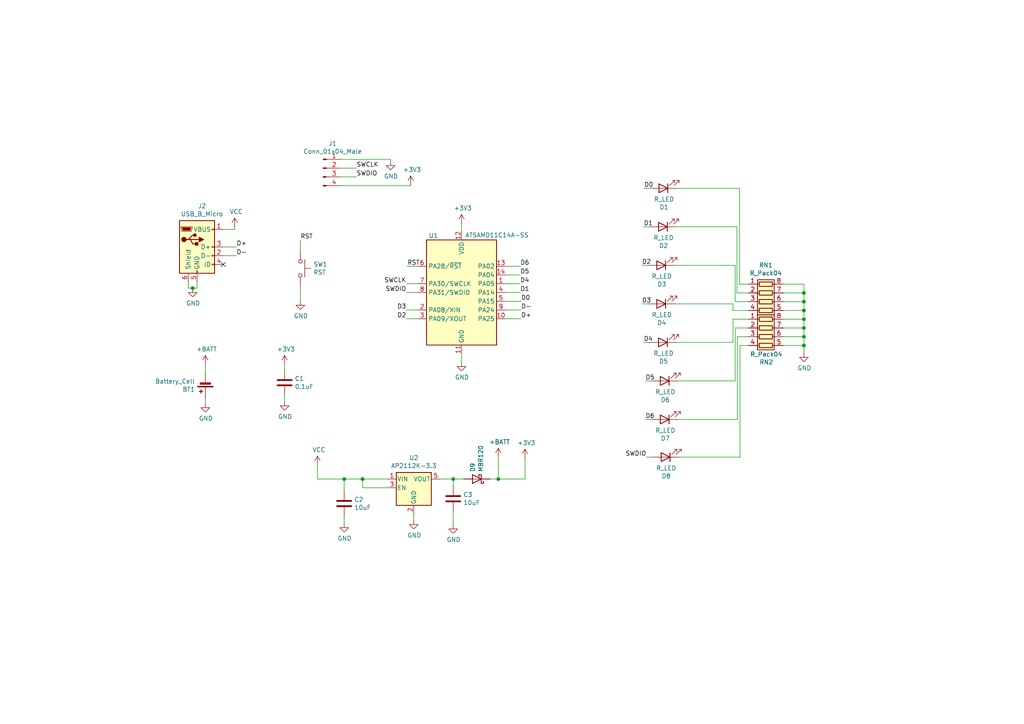
<source format=kicad_sch>
(kicad_sch (version 20230121) (generator eeschema)
  (paper "A4")
  (title_block (title "Badge Open Hack") (date "2019-08-29") (rev "0.1") (company "Electronic Cats") (comment 1 "Andres Sabas") (comment 2 "Eduardo Contreras") (comment 3 "Open Hack Guatemala") (comment 4 "Digetech"))
  (lib_symbols
    (symbol "BadgeOpenHack-rescue:+3.3V-power" (power) (pin_names (offset 0))
      (property "Value" "+3.3V-power" (at 0 3.556 0))
      (symbol "+3.3V-power_0_1"
        (polyline (pts (xy -0.762 1.27) (xy 0 2.54)))
        (polyline (pts (xy 0 0) (xy 0 2.54)))
        (polyline (pts (xy 0 2.54) (xy 0.762 1.27)))
      )
      (symbol "+3.3V-power_1_1"
        (pin power_in line (at 0 0 90) (length 0) hide (name "+3V3") (number "1"))
      )
    )
    (symbol "BadgeOpenHack-rescue:AP2112K-3.3-Regulator_Linear" (pin_names (offset 0.254))
      (property "Reference" "U" (at -5.08 5.715 0))
      (property "Value" "Regulator_Linear_AP2112K-3.3" (at 0 5.715 0))
      (symbol "AP2112K-3.3-Regulator_Linear_0_1"
        (rectangle (start -5.08 4.445) (end 5.08 -5.08) (stroke (width 0.254)) (fill (type background)))
      )
      (symbol "AP2112K-3.3-Regulator_Linear_1_1"
        (pin power_in line (at -7.62 2.54 0) (length 2.54) (name "VIN") (number "1"))
        (pin power_in line (at 0 -7.62 90) (length 2.54) (name "GND") (number "2"))
        (pin input line (at -7.62 0 0) (length 2.54) (name "EN") (number "3"))
        (pin no_connect line (at 7.62 0 180) (length 2.54) hide (name "NC") (number "4"))
        (pin power_out line (at 7.62 2.54 180) (length 2.54) (name "VOUT") (number "5"))
      )
    )
    (symbol "BadgeOpenHack-rescue:ATSAMD11C14A-SS-MCU_Microchip_SAMD"
      (property "Reference" "U" (at -10.16 16.51 0))
      (property "Value" "ATSAMD11C14A-SS-MCU_Microchip_SAMD" (at 1.27 16.51 0))
      (symbol "ATSAMD11C14A-SS-MCU_Microchip_SAMD_0_1"
        (rectangle (start -10.16 15.24) (end 10.16 -15.24) (stroke (width 0.254)) (fill (type background)))
      )
      (symbol "ATSAMD11C14A-SS-MCU_Microchip_SAMD_1_1"
        (pin bidirectional line (at 12.7 2.54 180) (length 2.54) (name "PA05") (number "1"))
        (pin bidirectional line (at 12.7 -7.62 180) (length 2.54) (name "PA25") (number "10"))
        (pin power_in line (at 0 -17.78 90) (length 2.54) (name "GND") (number "11"))
        (pin power_in line (at 0 17.78 270) (length 2.54) (name "VDD") (number "12"))
        (pin bidirectional line (at 12.7 7.62 180) (length 2.54) (name "PA02") (number "13"))
        (pin bidirectional line (at 12.7 5.08 180) (length 2.54) (name "PA04") (number "14"))
        (pin bidirectional line (at -12.7 -5.08 0) (length 2.54) (name "PA08/XIN") (number "2"))
        (pin bidirectional line (at -12.7 -7.62 0) (length 2.54) (name "PA09/XOUT") (number "3"))
        (pin bidirectional line (at 12.7 0 180) (length 2.54) (name "PA14") (number "4"))
        (pin bidirectional line (at 12.7 -2.54 180) (length 2.54) (name "PA15") (number "5"))
        (pin bidirectional line (at -12.7 7.62 0) (length 2.54) (name "PA28/~{RST}") (number "6"))
        (pin bidirectional line (at -12.7 2.54 0) (length 2.54) (name "PA30/SWCLK") (number "7"))
        (pin bidirectional line (at -12.7 0 0) (length 2.54) (name "PA31/SWDIO") (number "8"))
        (pin bidirectional line (at 12.7 -5.08 180) (length 2.54) (name "PA24") (number "9"))
      )
    )
    (symbol "BadgeOpenHack-rescue:Conn_01x04_Male-Connector" (pin_names (offset 1.016) hide)
      (property "Reference" "J" (at 0 5.08 0))
      (property "Value" "Connector_Conn_01x04_Male" (at 0 -7.62 0))
      (symbol "Conn_01x04_Male-Connector_1_1"
        (polyline (pts (xy 1.27 -5.08) (xy 0.8636 -5.08)) (stroke (width 0.1524)))
        (polyline (pts (xy 1.27 -2.54) (xy 0.8636 -2.54)) (stroke (width 0.1524)))
        (polyline (pts (xy 1.27 0) (xy 0.8636 0)) (stroke (width 0.1524)))
        (polyline (pts (xy 1.27 2.54) (xy 0.8636 2.54)) (stroke (width 0.1524)))
        (rectangle (start 0.8636 -4.953) (end 0 -5.207) (stroke (width 0.1524)) (fill (type outline)))
        (rectangle (start 0.8636 -2.413) (end 0 -2.667) (stroke (width 0.1524)) (fill (type outline)))
        (rectangle (start 0.8636 0.127) (end 0 -0.127) (stroke (width 0.1524)) (fill (type outline)))
        (rectangle (start 0.8636 2.667) (end 0 2.413) (stroke (width 0.1524)) (fill (type outline)))
        (pin passive line (at 5.08 2.54 180) (length 3.81) (name "Pin_1") (number "1"))
        (pin passive line (at 5.08 0 180) (length 3.81) (name "Pin_2") (number "2"))
        (pin passive line (at 5.08 -2.54 180) (length 3.81) (name "Pin_3") (number "3"))
        (pin passive line (at 5.08 -5.08 180) (length 3.81) (name "Pin_4") (number "4"))
      )
    )
    (symbol "BadgeOpenHack-rescue:USB_B_Micro-Connector" (pin_names (offset 1.016))
      (property "Reference" "J" (at -5.08 11.43 0))
      (property "Value" "Connector_USB_B_Micro" (at -5.08 8.89 0))
      (symbol "USB_B_Micro-Connector_0_1"
        (rectangle (start -5.08 -7.62) (end 5.08 7.62) (stroke (width 0.254)) (fill (type background)))
        (circle (center -3.81 2.159) (radius 0.635) (stroke (width 0.254)) (fill (type outline)))
        (circle (center -0.635 3.429) (radius 0.381) (stroke (width 0.254)) (fill (type outline)))
        (rectangle (start -0.127 -7.62) (end 0.127 -6.858))
        (polyline (pts (xy -1.905 2.159) (xy 0.635 2.159)) (stroke (width 0.254)))
        (polyline (pts (xy -3.175 2.159) (xy -2.54 2.159) (xy -1.27 3.429) (xy -0.635 3.429)) (stroke (width 0.254)))
        (polyline (pts (xy -2.54 2.159) (xy -1.905 2.159) (xy -1.27 0.889) (xy 0 0.889)) (stroke (width 0.254)))
        (polyline (pts (xy 0.635 2.794) (xy 0.635 1.524) (xy 1.905 2.159) (xy 0.635 2.794)) (stroke (width 0.254)) (fill (type outline)))
        (polyline (pts (xy -4.318 5.588) (xy -1.778 5.588) (xy -2.032 4.826) (xy -4.064 4.826) (xy -4.318 5.588)) (fill (type outline)))
        (polyline (pts (xy -4.699 5.842) (xy -4.699 5.588) (xy -4.445 4.826) (xy -4.445 4.572) (xy -1.651 4.572) (xy -1.651 4.826) (xy -1.397 5.588) (xy -1.397 5.842) (xy -4.699 5.842)))
        (rectangle (start 0.254 1.27) (end -0.508 0.508) (stroke (width 0.254)) (fill (type outline)))
        (rectangle (start 5.08 -5.207) (end 4.318 -4.953))
        (rectangle (start 5.08 -2.667) (end 4.318 -2.413))
        (rectangle (start 5.08 -0.127) (end 4.318 0.127))
        (rectangle (start 5.08 4.953) (end 4.318 5.207))
      )
      (symbol "USB_B_Micro-Connector_1_1"
        (pin power_out line (at 7.62 5.08 180) (length 2.54) (name "VBUS") (number "1"))
        (pin passive line (at 7.62 -2.54 180) (length 2.54) (name "D-") (number "2"))
        (pin passive line (at 7.62 0 180) (length 2.54) (name "D+") (number "3"))
        (pin passive line (at 7.62 -5.08 180) (length 2.54) (name "ID") (number "4"))
        (pin power_out line (at 0 -10.16 90) (length 2.54) (name "GND") (number "5"))
        (pin passive line (at -2.54 -10.16 90) (length 2.54) (name "Shield") (number "6"))
      )
    )
    (symbol "Device:Battery_Cell" (pin_numbers hide) (pin_names (offset 0) hide)
      (property "Reference" "BT" (at 2.54 2.54 0))
      (property "Value" "Battery_Cell" (at 2.54 0 0))
      (symbol "Battery_Cell_0_1"
        (rectangle (start -2.286 1.778) (end 2.286 1.524) (fill (type outline)))
        (rectangle (start -1.524 1.016) (end 1.524 0.508) (fill (type outline)))
        (polyline (pts (xy 0 0.762) (xy 0 0)))
        (polyline (pts (xy 0 1.778) (xy 0 2.54)))
        (polyline (pts (xy 0.762 3.048) (xy 1.778 3.048)) (stroke (width 0.254)))
        (polyline (pts (xy 1.27 3.556) (xy 1.27 2.54)) (stroke (width 0.254)))
      )
      (symbol "Battery_Cell_1_1"
        (pin passive line (at 0 5.08 270) (length 2.54) (name "+") (number "1"))
        (pin passive line (at 0 -2.54 90) (length 2.54) (name "-") (number "2"))
      )
    )
    (symbol "Device:C" (pin_numbers hide) (pin_names (offset 0.254))
      (property "Reference" "C" (at 0.635 2.54 0))
      (property "Value" "C" (at 0.635 -2.54 0))
      (symbol "C_0_1"
        (polyline (pts (xy -2.032 -0.762) (xy 2.032 -0.762)) (stroke (width 0.508)))
        (polyline (pts (xy -2.032 0.762) (xy 2.032 0.762)) (stroke (width 0.508)))
      )
      (symbol "C_1_1"
        (pin passive line (at 0 3.81 270) (length 2.794) (name "~") (number "1"))
        (pin passive line (at 0 -3.81 90) (length 2.794) (name "~") (number "2"))
      )
    )
    (symbol "Device:LED" (pin_numbers hide) (pin_names (offset 1.016) hide)
      (property "Reference" "D" (at 0 2.54 0))
      (property "Value" "LED" (at 0 -2.54 0))
      (symbol "LED_0_1"
        (polyline (pts (xy -1.27 -1.27) (xy -1.27 1.27)) (stroke (width 0.254)))
        (polyline (pts (xy -1.27 0) (xy 1.27 0)))
        (polyline (pts (xy 1.27 -1.27) (xy 1.27 1.27) (xy -1.27 0) (xy 1.27 -1.27)) (stroke (width 0.254)))
        (polyline (pts (xy -3.048 -0.762) (xy -4.572 -2.286) (xy -3.81 -2.286) (xy -4.572 -2.286) (xy -4.572 -1.524)))
        (polyline (pts (xy -1.778 -0.762) (xy -3.302 -2.286) (xy -2.54 -2.286) (xy -3.302 -2.286) (xy -3.302 -1.524)))
      )
      (symbol "LED_1_1"
        (pin passive line (at -3.81 0 0) (length 2.54) (name "K") (number "1"))
        (pin passive line (at 3.81 0 180) (length 2.54) (name "A") (number "2"))
      )
    )
    (symbol "Device:R_Pack04" (pin_names (offset 0) hide)
      (property "Reference" "RN" (at -7.62 0 90))
      (property "Value" "R_Pack04" (at 5.08 0 90))
      (symbol "R_Pack04_0_1"
        (rectangle (start -6.35 -2.413) (end 3.81 2.413) (stroke (width 0.254)) (fill (type background)))
        (rectangle (start -5.715 1.905) (end -4.445 -1.905) (stroke (width 0.254)))
        (rectangle (start -3.175 1.905) (end -1.905 -1.905) (stroke (width 0.254)))
        (rectangle (start -0.635 1.905) (end 0.635 -1.905) (stroke (width 0.254)))
        (polyline (pts (xy -5.08 -2.54) (xy -5.08 -1.905)))
        (polyline (pts (xy -5.08 1.905) (xy -5.08 2.54)))
        (polyline (pts (xy -2.54 -2.54) (xy -2.54 -1.905)))
        (polyline (pts (xy -2.54 1.905) (xy -2.54 2.54)))
        (polyline (pts (xy 0 -2.54) (xy 0 -1.905)))
        (polyline (pts (xy 0 1.905) (xy 0 2.54)))
        (polyline (pts (xy 2.54 -2.54) (xy 2.54 -1.905)))
        (polyline (pts (xy 2.54 1.905) (xy 2.54 2.54)))
        (rectangle (start 1.905 1.905) (end 3.175 -1.905) (stroke (width 0.254)))
      )
      (symbol "R_Pack04_1_1"
        (pin passive line (at -5.08 -5.08 90) (length 2.54) (name "R1.1") (number "1"))
        (pin passive line (at -2.54 -5.08 90) (length 2.54) (name "R2.1") (number "2"))
        (pin passive line (at 0 -5.08 90) (length 2.54) (name "R3.1") (number "3"))
        (pin passive line (at 2.54 -5.08 90) (length 2.54) (name "R4.1") (number "4"))
        (pin passive line (at 2.54 5.08 270) (length 2.54) (name "R4.2") (number "5"))
        (pin passive line (at 0 5.08 270) (length 2.54) (name "R3.2") (number "6"))
        (pin passive line (at -2.54 5.08 270) (length 2.54) (name "R2.2") (number "7"))
        (pin passive line (at -5.08 5.08 270) (length 2.54) (name "R1.2") (number "8"))
      )
    )
    (symbol "Diode:MBR340" (pin_numbers hide) (pin_names (offset 1.016) hide)
      (property "Reference" "D" (at 0 2.54 0))
      (property "Value" "MBR340" (at 0 -2.54 0))
      (symbol "MBR340_0_1"
        (polyline (pts (xy 1.27 0) (xy -1.27 0)))
        (polyline (pts (xy 1.27 1.27) (xy 1.27 -1.27) (xy -1.27 0) (xy 1.27 1.27)) (stroke (width 0.254)))
        (polyline (pts (xy -1.905 0.635) (xy -1.905 1.27) (xy -1.27 1.27) (xy -1.27 -1.27) (xy -0.635 -1.27) (xy -0.635 -0.635)) (stroke (width 0.254)))
      )
      (symbol "MBR340_1_1"
        (pin passive line (at -3.81 0 0) (length 2.54) (name "K") (number "1"))
        (pin passive line (at 3.81 0 180) (length 2.54) (name "A") (number "2"))
      )
    )
    (symbol "Switch:SW_Push" (pin_numbers hide) (pin_names (offset 1.016) hide)
      (property "Reference" "SW" (at 1.27 2.54 0))
      (property "Value" "SW_Push" (at 0 -1.524 0))
      (symbol "SW_Push_0_1"
        (circle (center -2.032 0) (radius 0.508))
        (polyline (pts (xy 0 1.27) (xy 0 3.048)))
        (polyline (pts (xy 2.54 1.27) (xy -2.54 1.27)))
        (circle (center 2.032 0) (radius 0.508))
        (pin passive line (at -5.08 0 0) (length 2.54) (name "1") (number "1"))
        (pin passive line (at 5.08 0 180) (length 2.54) (name "2") (number "2"))
      )
    )
    (symbol "power:+BATT" (power) (pin_names (offset 0))
      (property "Value" "+BATT" (at 0 3.556 0))
      (symbol "+BATT_0_1"
        (polyline (pts (xy -0.762 1.27) (xy 0 2.54)))
        (polyline (pts (xy 0 0) (xy 0 2.54)))
        (polyline (pts (xy 0 2.54) (xy 0.762 1.27)))
      )
      (symbol "+BATT_1_1"
        (pin power_in line (at 0 0 90) (length 0) hide (name "+BATT") (number "1"))
      )
    )
    (symbol "power:GND" (power) (pin_names (offset 0))
      (property "Value" "GND" (at 0 -3.81 0))
      (symbol "GND_0_1"
        (polyline (pts (xy 0 0) (xy 0 -1.27) (xy 1.27 -1.27) (xy 0 -2.54) (xy -1.27 -1.27) (xy 0 -1.27)))
      )
      (symbol "GND_1_1"
        (pin power_in line (at 0 0 270) (length 0) hide (name "GND") (number "1"))
      )
    )
    (symbol "power:VCC" (power) (pin_names (offset 0))
      (property "Value" "VCC" (at 0 3.81 0))
      (symbol "VCC_0_1"
        (polyline (pts (xy -0.762 1.27) (xy 0 2.54)))
        (polyline (pts (xy 0 0) (xy 0 2.54)))
        (polyline (pts (xy 0 2.54) (xy 0.762 1.27)))
      )
      (symbol "VCC_1_1"
        (pin power_in line (at 0 0 90) (length 0) hide (name "VCC") (number "1"))
      )
    )
  )
  (junction (at 233.172 92.583))
  (junction (at 105.156 138.938))
  (junction (at 55.88 83.566))
  (junction (at 233.172 95.123))
  (junction (at 131.445 138.938))
  (junction (at 144.526 138.938))
  (junction (at 233.172 100.203))
  (junction (at 233.172 90.043))
  (junction (at 99.822 138.938))
  (junction (at 233.172 87.503))
  (junction (at 233.172 84.963))
  (junction (at 233.172 97.663))
  (no_connect (at 64.77 76.708))
  (wire (pts (xy 233.172 90.043) (xy 233.172 92.583)))
  (wire (pts (xy 188.595 54.61) (xy 186.817 54.61)))
  (wire (pts (xy 233.172 97.663) (xy 233.172 100.203)))
  (wire (pts (xy 146.558 89.916) (xy 151.13 89.916)))
  (wire (pts (xy 152.273 138.938) (xy 144.526 138.938)))
  (wire (pts (xy 98.806 46.228) (xy 113.284 46.228)))
  (wire (pts (xy 196.85 132.588) (xy 214.63 132.588)))
  (wire (pts (xy 189.23 132.588) (xy 187.452 132.588)))
  (wire (pts (xy 227.203 84.963) (xy 233.172 84.963)))
  (wire (pts (xy 217.043 95.123) (xy 213.233 95.123)))
  (wire (pts (xy 131.445 140.843) (xy 131.445 138.938)))
  (wire (pts (xy 64.77 74.168) (xy 68.58 74.168)))
  (wire (pts (xy 82.55 114.808) (xy 82.55 116.459)))
  (wire (pts (xy 188.468 65.786) (xy 186.69 65.786)))
  (wire (pts (xy 187.96 76.962) (xy 186.182 76.962)))
  (wire (pts (xy 217.043 87.503) (xy 213.233 87.503)))
  (wire (pts (xy 217.043 97.663) (xy 213.868 97.663)))
  (wire (pts (xy 131.445 152.146) (xy 131.445 148.463)))
  (wire (pts (xy 112.395 141.478) (xy 105.156 141.478)))
  (wire (pts (xy 113.284 46.228) (xy 113.284 46.736)))
  (wire (pts (xy 105.156 138.938) (xy 112.395 138.938)))
  (wire (pts (xy 64.77 71.628) (xy 68.58 71.628)))
  (wire (pts (xy 233.172 92.583) (xy 233.172 95.123)))
  (wire (pts (xy 233.172 82.423) (xy 233.172 84.963)))
  (wire (pts (xy 213.233 95.123) (xy 213.233 110.49)))
  (wire (pts (xy 120.015 149.098) (xy 120.015 150.876)))
  (wire (pts (xy 92.075 138.938) (xy 92.075 134.874)))
  (wire (pts (xy 188.468 99.314) (xy 186.69 99.314)))
  (wire (pts (xy 127.635 138.938) (xy 131.445 138.938)))
  (wire (pts (xy 188.976 110.49) (xy 187.198 110.49)))
  (wire (pts (xy 196.596 121.666) (xy 213.868 121.666)))
  (wire (pts (xy 134.493 138.938) (xy 131.445 138.938)))
  (wire (pts (xy 227.203 100.203) (xy 233.172 100.203)))
  (wire (pts (xy 98.806 51.308) (xy 103.378 51.308)))
  (wire (pts (xy 98.806 48.768) (xy 103.378 48.768)))
  (wire (pts (xy 82.55 107.188) (xy 82.55 105.664)))
  (wire (pts (xy 152.273 132.842) (xy 152.273 138.938)))
  (wire (pts (xy 121.158 92.456) (xy 117.856 92.456)))
  (wire (pts (xy 214.63 132.588) (xy 214.63 100.203)))
  (wire (pts (xy 144.526 138.938) (xy 142.113 138.938)))
  (wire (pts (xy 57.15 83.566) (xy 55.88 83.566)))
  (wire (pts (xy 214.503 54.61) (xy 214.503 82.423)))
  (wire (pts (xy 59.563 115.57) (xy 59.563 116.967)))
  (wire (pts (xy 87.122 87.249) (xy 87.122 82.931)))
  (wire (pts (xy 121.158 77.216) (xy 118.11 77.216)))
  (wire (pts (xy 233.172 95.123) (xy 233.172 97.663)))
  (wire (pts (xy 227.203 90.043) (xy 233.172 90.043)))
  (wire (pts (xy 195.58 76.962) (xy 213.233 76.962)))
  (wire (pts (xy 146.558 92.456) (xy 151.13 92.456)))
  (wire (pts (xy 213.868 97.663) (xy 213.868 121.666)))
  (wire (pts (xy 227.203 95.123) (xy 233.172 95.123)))
  (wire (pts (xy 105.156 141.478) (xy 105.156 138.938)))
  (wire (pts (xy 214.63 100.203) (xy 217.043 100.203)))
  (wire (pts (xy 99.822 138.938) (xy 105.156 138.938)))
  (wire (pts (xy 217.043 92.583) (xy 212.598 92.583)))
  (wire (pts (xy 217.043 90.043) (xy 212.598 90.043)))
  (wire (pts (xy 54.61 81.788) (xy 54.61 83.566)))
  (wire (pts (xy 99.822 149.86) (xy 99.822 151.765)))
  (wire (pts (xy 146.558 84.836) (xy 150.876 84.836)))
  (wire (pts (xy 121.158 89.916) (xy 117.856 89.916)))
  (wire (pts (xy 214.503 82.423) (xy 217.043 82.423)))
  (wire (pts (xy 99.822 142.24) (xy 99.822 138.938)))
  (wire (pts (xy 213.233 87.503) (xy 213.233 76.962)))
  (wire (pts (xy 146.558 82.296) (xy 150.876 82.296)))
  (wire (pts (xy 98.806 53.848) (xy 119.126 53.848)))
  (wire (pts (xy 146.558 77.216) (xy 150.876 77.216)))
  (wire (pts (xy 196.088 65.786) (xy 213.741 65.786)))
  (wire (pts (xy 146.558 79.756) (xy 150.876 79.756)))
  (wire (pts (xy 121.158 84.836) (xy 117.856 84.836)))
  (wire (pts (xy 133.858 67.056) (xy 133.858 64.77)))
  (wire (pts (xy 59.563 107.95) (xy 59.563 105.664)))
  (wire (pts (xy 121.158 82.296) (xy 117.856 82.296)))
  (wire (pts (xy 144.526 132.588) (xy 144.526 138.938)))
  (wire (pts (xy 87.122 69.596) (xy 87.122 72.771)))
  (wire (pts (xy 188.976 121.666) (xy 187.198 121.666)))
  (wire (pts (xy 146.558 87.376) (xy 151.13 87.376)))
  (wire (pts (xy 233.172 87.503) (xy 233.172 90.043)))
  (wire (pts (xy 212.598 92.583) (xy 212.598 99.314)))
  (wire (pts (xy 54.61 83.566) (xy 55.88 83.566)))
  (wire (pts (xy 57.15 81.788) (xy 57.15 83.566)))
  (wire (pts (xy 212.598 90.043) (xy 212.598 88.138)))
  (wire (pts (xy 233.172 84.963) (xy 233.172 87.503)))
  (wire (pts (xy 233.172 100.203) (xy 233.172 102.362)))
  (wire (pts (xy 64.77 66.548) (xy 68.072 66.548)))
  (wire (pts (xy 196.596 110.49) (xy 213.233 110.49)))
  (wire (pts (xy 217.043 84.963) (xy 213.741 84.963)))
  (wire (pts (xy 227.203 87.503) (xy 233.172 87.503)))
  (wire (pts (xy 92.075 138.938) (xy 99.822 138.938)))
  (wire (pts (xy 196.088 99.314) (xy 212.598 99.314)))
  (wire (pts (xy 214.503 54.61) (xy 196.215 54.61)))
  (wire (pts (xy 68.072 66.548) (xy 68.072 65.786)))
  (wire (pts (xy 227.203 82.423) (xy 233.172 82.423)))
  (wire (pts (xy 233.172 92.583) (xy 227.203 92.583)))
  (wire (pts (xy 133.858 102.616) (xy 133.858 105.029)))
  (wire (pts (xy 195.58 88.138) (xy 212.598 88.138)))
  (wire (pts (xy 119.126 53.848) (xy 119.126 53.594)))
  (wire (pts (xy 187.96 88.138) (xy 186.182 88.138)))
  (wire (pts (xy 227.203 97.663) (xy 233.172 97.663)))
  (wire (pts (xy 213.741 84.963) (xy 213.741 65.786)))
  (label "D2" (at 186.182 76.962 0))
  (label "D1" (at 150.876 84.836 0))
  (label "D+" (at 151.13 92.456 0))
  (label "D5" (at 150.876 79.756 0))
  (label "D4" (at 150.876 82.296 0))
  (label "RST" (at 87.122 69.596 0))
  (label "SWCLK" (at 117.856 82.296 180))
  (label "D4" (at 186.69 99.314 0))
  (label "D2" (at 117.856 92.456 180))
  (label "D+" (at 68.58 71.628 0))
  (label "SWDIO" (at 117.856 84.836 180))
  (label "D3" (at 117.856 89.916 180))
  (label "D6" (at 150.876 77.216 0))
  (label "D-" (at 68.58 74.168 0))
  (label "D-" (at 151.13 89.916 0))
  (label "SWDIO" (at 187.452 132.588 180))
  (label "SWDIO" (at 103.378 51.308 0))
  (label "D0" (at 151.13 87.376 0))
  (label "SWCLK" (at 103.378 48.768 0))
  (label "D3" (at 186.182 88.138 0))
  (label "RST" (at 118.11 77.216 0))
  (label "D6" (at 187.198 121.666 0))
  (label "D0" (at 186.817 54.61 0))
  (label "D5" (at 187.198 110.49 0))
  (label "D1" (at 186.69 65.786 0))
  (symbol (lib_id "BadgeOpenHack-rescue:ATSAMD11C14A-SS-MCU_Microchip_SAMD") (at 133.858 84.836 0) (unit 1)
    (property "Reference" "U1" (at 125.73 68.326 0))
    (property "Value" "ATSAMD11C14A-SS" (at 144.145 68.199 0))
    (property "Footprint" "Package_SO:SOIC-14_3.9x8.7mm_P1.27mm" (effects hide))
    (property "Datasheet" "http://ww1.microchip.com/downloads/en/DeviceDoc/Atmel-42363-SAM-D11_Datasheet.pdf" (effects hide))
    (property "manf#" "ATSAMD11C14A-SSUT" (effects hide))
  )
  (symbol (lib_id "BadgeOpenHack-rescue:USB_B_Micro-Connector") (at 57.15 71.628 0) (unit 1)
    (property "Reference" "J2" (at 58.5978 59.7662 0))
    (property "Value" "USB_B_Micro" (at 58.5978 62.0776 0))
    (property "Footprint" "Connector_USB:USB_Micro-B_Wuerth_629105150521" (effects hide))
    (property "manf#" "629105150521" (effects hide))
  )
  (symbol (lib_id "Device:LED") (at 192.405 54.61 180) (unit 1)
    (property "Reference" "D1" (at 192.5828 60.0964 0))
    (property "Value" "R_LED" (at 192.5828 57.785 0))
    (property "Footprint" "BadgeOpenHack:LYT77K-K2M1-NoHole" (effects hide))
    (property "Datasheet" "https://dammedia.osram.info/media/resource/hires/osram-dam-2492860/LY%20T776.pdf" (effects hide))
    (property "manf#" "LY T776-R1S2-26-Z" (effects hide))
  )
  (symbol (lib_id "power:GND") (at 55.88 83.566 0) (unit 1)
    (property "Reference" "#PWR08" (effects hide))
    (property "Value" "GND" (at 56.007 87.9602 0))
  )
  (symbol (lib_id "Device:Battery_Cell") (at 59.563 110.49 180) (unit 1)
    (property "Reference" "BT1" (at 56.5658 112.9284 0) (effects (justify left)))
    (property "Value" "Battery_Cell" (at 56.5658 110.617 0) (effects (justify left)))
    (property "Footprint" "Batteries:BAT-HLD-012-SMT-OTL" (effects hide))
    (property "Datasheet" "https://www.mouser.mx/datasheet/2/238/BAT-HLD-012-SMT%20Diagram-1175215.pdf" (effects hide))
    (property "manf#" "BAT-HLD-012-SMT\r" (effects hide))
  )
  (symbol (lib_id "Device:C") (at 82.55 110.998 0) (unit 1)
    (property "Reference" "C1" (at 85.471 109.8296 0) (effects (justify left)))
    (property "Value" "0.1uF" (at 85.471 112.141 0) (effects (justify left)))
    (property "Footprint" "Capacitor_SMD:C_0805_2012Metric_Pad1.15x1.40mm_HandSolder" (effects hide))
    (property "manf#" "885012207072" (effects hide))
  )
  (symbol (lib_id "power:GND") (at 133.858 105.029 0) (unit 1)
    (property "Reference" "#PWR011" (effects hide))
    (property "Value" "GND" (at 133.985 109.4232 0))
  )
  (symbol (lib_id "power:GND") (at 59.563 116.967 0) (unit 1)
    (property "Reference" "#PWR016" (effects hide))
    (property "Value" "GND" (at 59.69 121.3612 0))
  )
  (symbol (lib_id "BadgeOpenHack-rescue:+3.3V-power") (at 133.858 64.77 0) (unit 1)
    (property "Reference" "#PWR04" (effects hide))
    (property "Value" "+3.3V" (at 134.239 60.3758 0))
  )
  (symbol (lib_id "BadgeOpenHack-rescue:+3.3V-power") (at 82.55 105.664 0) (unit 1)
    (property "Reference" "#PWR013" (effects hide))
    (property "Value" "+3.3V" (at 82.931 101.2698 0))
  )
  (symbol (lib_id "power:GND") (at 82.55 116.459 0) (unit 1)
    (property "Reference" "#PWR015" (effects hide))
    (property "Value" "GND" (at 82.677 120.8532 0))
  )
  (symbol (lib_id "BadgeOpenHack-rescue:+3.3V-power") (at 152.273 132.842 0) (unit 1)
    (property "Reference" "#PWR020" (effects hide))
    (property "Value" "+3.3V" (at 152.654 128.4478 0))
  )
  (symbol (lib_id "power:GND") (at 131.445 152.146 0) (unit 1)
    (property "Reference" "#PWR021" (effects hide))
    (property "Value" "GND" (at 131.572 156.5402 0))
  )
  (symbol (lib_id "power:VCC") (at 68.072 65.786 0) (unit 1)
    (property "Reference" "#PWR05" (effects hide))
    (property "Value" "VCC" (at 68.5038 61.3918 0))
  )
  (symbol (lib_id "Diode:MBR340") (at 138.303 138.938 180) (unit 1)
    (property "Reference" "D9" (at 137.1346 136.9314 90) (effects (justify right)))
    (property "Value" "MBR120" (at 139.446 136.9314 90) (effects (justify right)))
    (property "Footprint" "Diode_SMD:D_SOD-123F" (effects hide))
    (property "Datasheet" "https://www.mouser.mx/datasheet/2/308/MBR120VLSFT1-D-107081.pdf" (effects hide))
    (property "manf#" "MBR120VLSFT3G" (effects hide))
  )
  (symbol (lib_id "Device:LED") (at 192.278 65.786 180) (unit 1)
    (property "Reference" "D2" (at 192.4558 71.2724 0))
    (property "Value" "R_LED" (at 192.4558 68.961 0))
    (property "Footprint" "BadgeOpenHack:LYT77K-K2M1-NoHole" (effects hide))
    (property "Datasheet" "https://dammedia.osram.info/media/resource/hires/osram-dam-2492860/LY%20T776.pdf" (effects hide))
    (property "manf#" "LY T776-R1S2-26-Z" (effects hide))
  )
  (symbol (lib_id "Device:LED") (at 191.77 76.962 180) (unit 1)
    (property "Reference" "D3" (at 191.9478 82.4484 0))
    (property "Value" "R_LED" (at 191.9478 80.137 0))
    (property "Footprint" "BadgeOpenHack:LYT77K-K2M1-NoHole" (effects hide))
    (property "Datasheet" "https://dammedia.osram.info/media/resource/hires/osram-dam-2492860/LY%20T776.pdf" (effects hide))
    (property "manf#" "LY T776-R1S2-26-Z" (effects hide))
  )
  (symbol (lib_id "Device:LED") (at 191.77 88.138 180) (unit 1)
    (property "Reference" "D4" (at 191.9478 93.6244 0))
    (property "Value" "R_LED" (at 191.9478 91.313 0))
    (property "Footprint" "BadgeOpenHack:LYT77K-K2M1-NoHole" (effects hide))
    (property "Datasheet" "https://dammedia.osram.info/media/resource/hires/osram-dam-2492860/LY%20T776.pdf" (effects hide))
    (property "manf#" "LY T776-R1S2-26-Z" (effects hide))
  )
  (symbol (lib_id "Device:LED") (at 192.278 99.314 180) (unit 1)
    (property "Reference" "D5" (at 192.4558 104.8004 0))
    (property "Value" "R_LED" (at 192.4558 102.489 0))
    (property "Footprint" "BadgeOpenHack:LYT77K-K2M1-NoHole" (effects hide))
    (property "Datasheet" "https://dammedia.osram.info/media/resource/hires/osram-dam-2492860/LY%20T776.pdf" (effects hide))
    (property "manf#" "LY T776-R1S2-26-Z" (effects hide))
  )
  (symbol (lib_id "Device:LED") (at 192.786 110.49 180) (unit 1)
    (property "Reference" "D6" (at 192.9638 115.9764 0))
    (property "Value" "R_LED" (at 192.9638 113.665 0))
    (property "Footprint" "BadgeOpenHack:LYT77K-K2M1-NoHole" (effects hide))
    (property "Datasheet" "https://dammedia.osram.info/media/resource/hires/osram-dam-2492860/LY%20T776.pdf" (effects hide))
    (property "manf#" "LY T776-R1S2-26-Z" (effects hide))
  )
  (symbol (lib_id "Device:LED") (at 192.786 121.666 180) (unit 1)
    (property "Reference" "D7" (at 192.9638 127.1524 0))
    (property "Value" "R_LED" (at 192.9638 124.841 0))
    (property "Footprint" "BadgeOpenHack:LYT77K-K2M1-NoHole" (effects hide))
    (property "Datasheet" "https://dammedia.osram.info/media/resource/hires/osram-dam-2492860/LY%20T776.pdf" (effects hide))
    (property "manf#" "LY T776-R1S2-26-Z" (effects hide))
  )
  (symbol (lib_id "Device:LED") (at 193.04 132.588 180) (unit 1)
    (property "Reference" "D8" (at 193.2178 138.0744 0))
    (property "Value" "R_LED" (at 193.2178 135.763 0))
    (property "Footprint" "BadgeOpenHack:LYT77K-K2M1-NoHole" (effects hide))
    (property "Datasheet" "https://dammedia.osram.info/media/resource/hires/osram-dam-2492860/LY%20T776.pdf" (effects hide))
    (property "manf#" "LY T776-R1S2-26-Z" (effects hide))
  )
  (symbol (lib_id "BadgeOpenHack-rescue:Conn_01x04_Male-Connector") (at 93.726 48.768 0) (unit 1)
    (property "Reference" "J1" (at 96.4692 41.6306 0))
    (property "Value" "Conn_01x04_Male" (at 96.4692 43.942 0))
    (property "Footprint" "Connector_PinSocket_2.54mm:PinSocket_1x04_P2.54mm_Vertical" (effects hide))
  )
  (symbol (lib_id "power:GND") (at 113.284 46.736 0) (unit 1)
    (property "Reference" "#PWR01" (effects hide))
    (property "Value" "GND" (at 113.411 51.1302 0))
  )
  (symbol (lib_id "BadgeOpenHack-rescue:+3.3V-power") (at 119.126 53.594 0) (unit 1)
    (property "Reference" "#PWR03" (effects hide))
    (property "Value" "+3.3V" (at 119.507 49.1998 0))
  )
  (symbol (lib_id "BadgeOpenHack-rescue:AP2112K-3.3-Regulator_Linear") (at 120.015 141.478 0) (unit 1)
    (property "Reference" "U2" (at 120.015 132.7912 0))
    (property "Value" "AP2112K-3.3" (at 120.015 135.1026 0))
    (property "Footprint" "Package_TO_SOT_SMD:SOT-23-5" (effects hide))
    (property "Datasheet" "https://www.diodes.com/assets/Datasheets/AP2112.pdf" (effects hide))
    (property "manf#" "AP2112K-3.3TRG1" (effects hide))
  )
  (symbol (lib_id "power:GND") (at 120.015 150.876 0) (unit 1)
    (property "Reference" "#PWR0101" (effects hide))
    (property "Value" "GND" (at 120.142 155.2702 0))
  )
  (symbol (lib_id "Device:C") (at 99.822 146.05 0) (unit 1)
    (property "Reference" "C2" (at 102.743 144.8816 0) (effects (justify left)))
    (property "Value" "10uF" (at 102.743 147.193 0) (effects (justify left)))
    (property "Footprint" "Capacitor_SMD:C_0805_2012Metric_Pad1.15x1.40mm_HandSolder" (effects hide))
    (property "manf#" "885012107010" (effects hide))
  )
  (symbol (lib_id "Device:C") (at 131.445 144.653 0) (unit 1)
    (property "Reference" "C3" (at 134.366 143.4846 0) (effects (justify left)))
    (property "Value" "10uF" (at 134.366 145.796 0) (effects (justify left)))
    (property "Footprint" "Capacitor_SMD:C_0805_2012Metric_Pad1.15x1.40mm_HandSolder" (effects hide))
    (property "manf#" "885012107010" (effects hide))
  )
  (symbol (lib_id "power:GND") (at 99.822 151.765 0) (unit 1)
    (property "Reference" "#PWR0102" (effects hide))
    (property "Value" "GND" (at 99.949 156.1592 0))
  )
  (symbol (lib_id "power:+BATT") (at 59.563 105.664 0) (unit 1)
    (property "Reference" "#PWR0103" (effects hide))
    (property "Value" "+BATT" (at 59.944 101.2698 0))
  )
  (symbol (lib_id "Switch:SW_Push") (at 87.122 77.851 270) (unit 1)
    (property "Reference" "SW1" (at 90.8812 76.6826 90) (effects (justify left)))
    (property "Value" "RST" (at 90.8812 78.994 90) (effects (justify left)))
    (property "Footprint" "Button_Switch_SMD:SW_SPST_TL3342" (effects hide))
  )
  (symbol (lib_id "power:+BATT") (at 144.526 132.588 0) (unit 1)
    (property "Reference" "#PWR0104" (effects hide))
    (property "Value" "+BATT" (at 144.907 128.1938 0))
  )
  (symbol (lib_id "power:VCC") (at 92.075 134.874 0) (unit 1)
    (property "Reference" "#PWR0105" (effects hide))
    (property "Value" "VCC" (at 92.5068 130.4798 0))
  )
  (symbol (lib_id "power:GND") (at 87.122 87.249 0) (unit 1)
    (property "Reference" "#PWR0107" (effects hide))
    (property "Value" "GND" (at 87.249 91.6432 0))
  )
  (symbol (lib_id "Device:R_Pack04") (at 222.123 87.503 270) (unit 1)
    (property "Reference" "RN1" (at 222.123 76.9112 90))
    (property "Value" "R_Pack04" (at 222.123 79.2226 90))
    (property "Footprint" "Resistor_SMD:R_Array_Convex_4x0603" (effects hide))
    (property "manf#" "CAY16-221J4LF" (effects hide))
  )
  (symbol (lib_id "Device:R_Pack04") (at 222.123 97.663 270) (unit 1)
    (property "Reference" "RN2" (at 222.25 105.029 90))
    (property "Value" "R_Pack04" (at 222.25 102.743 90))
    (property "Footprint" "Resistor_SMD:R_Array_Convex_4x0603" (effects hide))
    (property "manf#" "CAY16-221J4LF" (effects hide))
  )
  (symbol (lib_id "power:GND") (at 233.172 102.362 0) (unit 1)
    (property "Reference" "#PWR0106" (effects hide))
    (property "Value" "GND" (at 233.299 106.7562 0))
  )
)
</source>
